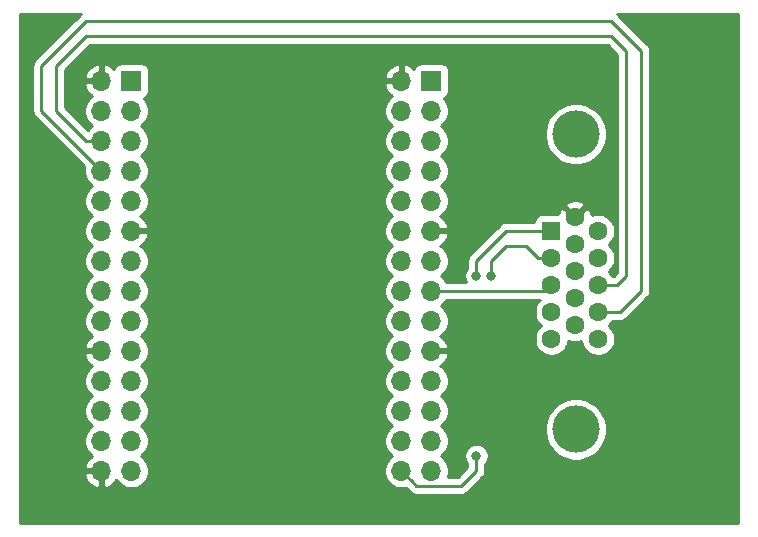
<source format=gbr>
G04 #@! TF.GenerationSoftware,KiCad,Pcbnew,(5.1.5)-3*
G04 #@! TF.CreationDate,2020-05-03T20:07:27+02:00*
G04 #@! TF.ProjectId,VGA_adapter,5647415f-6164-4617-9074-65722e6b6963,rev?*
G04 #@! TF.SameCoordinates,Original*
G04 #@! TF.FileFunction,Copper,L2,Bot*
G04 #@! TF.FilePolarity,Positive*
%FSLAX46Y46*%
G04 Gerber Fmt 4.6, Leading zero omitted, Abs format (unit mm)*
G04 Created by KiCad (PCBNEW (5.1.5)-3) date 2020-05-03 20:07:27*
%MOMM*%
%LPD*%
G04 APERTURE LIST*
%ADD10C,4.000000*%
%ADD11C,1.600000*%
%ADD12R,1.600000X1.600000*%
%ADD13O,1.700000X1.700000*%
%ADD14R,1.700000X1.700000*%
%ADD15C,0.800000*%
%ADD16C,0.250000*%
%ADD17C,0.254000*%
G04 APERTURE END LIST*
D10*
X153180000Y-54045000D03*
X153180000Y-79045000D03*
D11*
X155090000Y-71390000D03*
X155090000Y-69100000D03*
X155090000Y-66810000D03*
X155090000Y-64520000D03*
X155090000Y-62230000D03*
X153110000Y-70245000D03*
X153110000Y-67955000D03*
X153110000Y-65665000D03*
X153110000Y-63375000D03*
X153110000Y-61085000D03*
X151130000Y-71390000D03*
X151130000Y-69100000D03*
X151130000Y-66810000D03*
X151130000Y-64520000D03*
D12*
X151130000Y-62230000D03*
D13*
X138430000Y-69850000D03*
X140970000Y-72390000D03*
X140970000Y-77470000D03*
X138430000Y-77470000D03*
X138430000Y-72390000D03*
X138430000Y-80010000D03*
X138430000Y-59690000D03*
X140970000Y-59690000D03*
X138430000Y-74930000D03*
X138430000Y-67310000D03*
X138430000Y-62230000D03*
X140970000Y-64770000D03*
X140970000Y-67310000D03*
X140970000Y-80010000D03*
X140970000Y-69850000D03*
X138430000Y-57150000D03*
X138430000Y-64770000D03*
X140970000Y-82550000D03*
X138430000Y-82550000D03*
X140970000Y-62230000D03*
X140970000Y-74930000D03*
X138430000Y-54610000D03*
X140970000Y-57150000D03*
D14*
X140970000Y-49530000D03*
D13*
X138430000Y-49530000D03*
X140970000Y-52070000D03*
X138430000Y-52070000D03*
X140970000Y-54610000D03*
X113030000Y-82550000D03*
X115570000Y-82550000D03*
X113030000Y-80010000D03*
X115570000Y-80010000D03*
X113030000Y-77470000D03*
X115570000Y-77470000D03*
X113030000Y-74930000D03*
X115570000Y-74930000D03*
X113030000Y-72390000D03*
X115570000Y-72390000D03*
X113030000Y-69850000D03*
X115570000Y-69850000D03*
X113030000Y-67310000D03*
X115570000Y-67310000D03*
X113030000Y-64770000D03*
X115570000Y-64770000D03*
X113030000Y-62230000D03*
X115570000Y-62230000D03*
X113030000Y-59690000D03*
X115570000Y-59690000D03*
X113030000Y-57150000D03*
X115570000Y-57150000D03*
X113030000Y-54610000D03*
X115570000Y-54610000D03*
X113030000Y-52070000D03*
X115570000Y-52070000D03*
X113030000Y-49530000D03*
D14*
X115570000Y-49530000D03*
D15*
X146050000Y-66040000D03*
X144780000Y-66040000D03*
X144780000Y-81280000D03*
D16*
X107950000Y-48260000D02*
X111760000Y-44450000D01*
X111760000Y-44450000D02*
X156210000Y-44450000D01*
X113030000Y-57150000D02*
X107950000Y-52070000D01*
X107950000Y-52070000D02*
X107950000Y-48260000D01*
X156210000Y-44450000D02*
X158750000Y-46990000D01*
X155090000Y-69100000D02*
X156960000Y-69100000D01*
X156960000Y-69100000D02*
X158750000Y-67310000D01*
X158750000Y-67310000D02*
X158750000Y-46990000D01*
X157480000Y-46990000D02*
X157480000Y-66040000D01*
X156710000Y-66810000D02*
X155090000Y-66810000D01*
X156210000Y-45720000D02*
X157480000Y-46990000D01*
X111760000Y-54610000D02*
X109220000Y-52070000D01*
X113030000Y-54610000D02*
X111760000Y-54610000D01*
X111760000Y-45720000D02*
X156210000Y-45720000D01*
X157480000Y-66040000D02*
X156710000Y-66810000D01*
X109220000Y-52070000D02*
X109220000Y-48260000D01*
X109220000Y-48260000D02*
X111760000Y-45720000D01*
X150630000Y-67310000D02*
X151130000Y-66810000D01*
X140970000Y-67310000D02*
X150630000Y-67310000D01*
X149998630Y-64520000D02*
X148978630Y-63500000D01*
X151130000Y-64520000D02*
X149998630Y-64520000D01*
X148978630Y-63500000D02*
X147320000Y-63500000D01*
X147320000Y-63500000D02*
X146050000Y-64770000D01*
X146050000Y-64770000D02*
X146050000Y-66040000D01*
X146050000Y-66040000D02*
X146050000Y-66040000D01*
X151130000Y-62230000D02*
X147320000Y-62230000D01*
X147320000Y-62230000D02*
X144780000Y-64770000D01*
X144780000Y-64770000D02*
X144780000Y-66040000D01*
X144780000Y-66040000D02*
X144780000Y-66040000D01*
X144780000Y-81280000D02*
X144780000Y-82550000D01*
X144780000Y-82550000D02*
X143510000Y-83820000D01*
X139700000Y-83820000D02*
X139279999Y-83399999D01*
X139279999Y-83399999D02*
X138430000Y-82550000D01*
X143510000Y-83820000D02*
X139700000Y-83820000D01*
D17*
G36*
X111219999Y-43909999D02*
G01*
X111196201Y-43938997D01*
X107438998Y-47696201D01*
X107410000Y-47719999D01*
X107386202Y-47748997D01*
X107386201Y-47748998D01*
X107315026Y-47835724D01*
X107244454Y-47967754D01*
X107218236Y-48054188D01*
X107207222Y-48090498D01*
X107200998Y-48111015D01*
X107186324Y-48260000D01*
X107190001Y-48297332D01*
X107190000Y-52032677D01*
X107186324Y-52070000D01*
X107190000Y-52107322D01*
X107190000Y-52107332D01*
X107200997Y-52218985D01*
X107244454Y-52362246D01*
X107315026Y-52494276D01*
X107354871Y-52542826D01*
X107409999Y-52610001D01*
X107439003Y-52633804D01*
X111588790Y-56783592D01*
X111545000Y-57003740D01*
X111545000Y-57296260D01*
X111602068Y-57583158D01*
X111714010Y-57853411D01*
X111876525Y-58096632D01*
X112083368Y-58303475D01*
X112257760Y-58420000D01*
X112083368Y-58536525D01*
X111876525Y-58743368D01*
X111714010Y-58986589D01*
X111602068Y-59256842D01*
X111545000Y-59543740D01*
X111545000Y-59836260D01*
X111602068Y-60123158D01*
X111714010Y-60393411D01*
X111876525Y-60636632D01*
X112083368Y-60843475D01*
X112257760Y-60960000D01*
X112083368Y-61076525D01*
X111876525Y-61283368D01*
X111714010Y-61526589D01*
X111602068Y-61796842D01*
X111545000Y-62083740D01*
X111545000Y-62376260D01*
X111602068Y-62663158D01*
X111714010Y-62933411D01*
X111876525Y-63176632D01*
X112083368Y-63383475D01*
X112257760Y-63500000D01*
X112083368Y-63616525D01*
X111876525Y-63823368D01*
X111714010Y-64066589D01*
X111602068Y-64336842D01*
X111545000Y-64623740D01*
X111545000Y-64916260D01*
X111602068Y-65203158D01*
X111714010Y-65473411D01*
X111876525Y-65716632D01*
X112083368Y-65923475D01*
X112257760Y-66040000D01*
X112083368Y-66156525D01*
X111876525Y-66363368D01*
X111714010Y-66606589D01*
X111602068Y-66876842D01*
X111545000Y-67163740D01*
X111545000Y-67456260D01*
X111602068Y-67743158D01*
X111714010Y-68013411D01*
X111876525Y-68256632D01*
X112083368Y-68463475D01*
X112257760Y-68580000D01*
X112083368Y-68696525D01*
X111876525Y-68903368D01*
X111714010Y-69146589D01*
X111602068Y-69416842D01*
X111545000Y-69703740D01*
X111545000Y-69996260D01*
X111602068Y-70283158D01*
X111714010Y-70553411D01*
X111876525Y-70796632D01*
X112083368Y-71003475D01*
X112265534Y-71125195D01*
X112148645Y-71194822D01*
X111932412Y-71389731D01*
X111758359Y-71623080D01*
X111633175Y-71885901D01*
X111588524Y-72033110D01*
X111709845Y-72263000D01*
X112903000Y-72263000D01*
X112903000Y-72243000D01*
X113157000Y-72243000D01*
X113157000Y-72263000D01*
X113177000Y-72263000D01*
X113177000Y-72517000D01*
X113157000Y-72517000D01*
X113157000Y-72537000D01*
X112903000Y-72537000D01*
X112903000Y-72517000D01*
X111709845Y-72517000D01*
X111588524Y-72746890D01*
X111633175Y-72894099D01*
X111758359Y-73156920D01*
X111932412Y-73390269D01*
X112148645Y-73585178D01*
X112265534Y-73654805D01*
X112083368Y-73776525D01*
X111876525Y-73983368D01*
X111714010Y-74226589D01*
X111602068Y-74496842D01*
X111545000Y-74783740D01*
X111545000Y-75076260D01*
X111602068Y-75363158D01*
X111714010Y-75633411D01*
X111876525Y-75876632D01*
X112083368Y-76083475D01*
X112257760Y-76200000D01*
X112083368Y-76316525D01*
X111876525Y-76523368D01*
X111714010Y-76766589D01*
X111602068Y-77036842D01*
X111545000Y-77323740D01*
X111545000Y-77616260D01*
X111602068Y-77903158D01*
X111714010Y-78173411D01*
X111876525Y-78416632D01*
X112083368Y-78623475D01*
X112257760Y-78740000D01*
X112083368Y-78856525D01*
X111876525Y-79063368D01*
X111714010Y-79306589D01*
X111602068Y-79576842D01*
X111545000Y-79863740D01*
X111545000Y-80156260D01*
X111602068Y-80443158D01*
X111714010Y-80713411D01*
X111876525Y-80956632D01*
X112083368Y-81163475D01*
X112265534Y-81285195D01*
X112148645Y-81354822D01*
X111932412Y-81549731D01*
X111758359Y-81783080D01*
X111633175Y-82045901D01*
X111588524Y-82193110D01*
X111709845Y-82423000D01*
X112903000Y-82423000D01*
X112903000Y-82403000D01*
X113157000Y-82403000D01*
X113157000Y-82423000D01*
X113177000Y-82423000D01*
X113177000Y-82677000D01*
X113157000Y-82677000D01*
X113157000Y-83870814D01*
X113386891Y-83991481D01*
X113661252Y-83894157D01*
X113911355Y-83745178D01*
X114127588Y-83550269D01*
X114298900Y-83320594D01*
X114416525Y-83496632D01*
X114623368Y-83703475D01*
X114866589Y-83865990D01*
X115136842Y-83977932D01*
X115423740Y-84035000D01*
X115716260Y-84035000D01*
X116003158Y-83977932D01*
X116273411Y-83865990D01*
X116516632Y-83703475D01*
X116723475Y-83496632D01*
X116885990Y-83253411D01*
X116997932Y-82983158D01*
X117055000Y-82696260D01*
X117055000Y-82403740D01*
X116997932Y-82116842D01*
X116885990Y-81846589D01*
X116723475Y-81603368D01*
X116516632Y-81396525D01*
X116342240Y-81280000D01*
X116516632Y-81163475D01*
X116723475Y-80956632D01*
X116885990Y-80713411D01*
X116997932Y-80443158D01*
X117055000Y-80156260D01*
X117055000Y-79863740D01*
X116997932Y-79576842D01*
X116885990Y-79306589D01*
X116723475Y-79063368D01*
X116516632Y-78856525D01*
X116342240Y-78740000D01*
X116516632Y-78623475D01*
X116723475Y-78416632D01*
X116885990Y-78173411D01*
X116997932Y-77903158D01*
X117055000Y-77616260D01*
X117055000Y-77323740D01*
X116997932Y-77036842D01*
X116885990Y-76766589D01*
X116723475Y-76523368D01*
X116516632Y-76316525D01*
X116342240Y-76200000D01*
X116516632Y-76083475D01*
X116723475Y-75876632D01*
X116885990Y-75633411D01*
X116997932Y-75363158D01*
X117055000Y-75076260D01*
X117055000Y-74783740D01*
X116997932Y-74496842D01*
X116885990Y-74226589D01*
X116723475Y-73983368D01*
X116516632Y-73776525D01*
X116342240Y-73660000D01*
X116516632Y-73543475D01*
X116723475Y-73336632D01*
X116885990Y-73093411D01*
X116997932Y-72823158D01*
X117055000Y-72536260D01*
X117055000Y-72243740D01*
X116997932Y-71956842D01*
X116885990Y-71686589D01*
X116723475Y-71443368D01*
X116516632Y-71236525D01*
X116342240Y-71120000D01*
X116516632Y-71003475D01*
X116723475Y-70796632D01*
X116885990Y-70553411D01*
X116997932Y-70283158D01*
X117055000Y-69996260D01*
X117055000Y-69703740D01*
X116997932Y-69416842D01*
X116885990Y-69146589D01*
X116723475Y-68903368D01*
X116516632Y-68696525D01*
X116342240Y-68580000D01*
X116516632Y-68463475D01*
X116723475Y-68256632D01*
X116885990Y-68013411D01*
X116997932Y-67743158D01*
X117055000Y-67456260D01*
X117055000Y-67163740D01*
X116997932Y-66876842D01*
X116885990Y-66606589D01*
X116723475Y-66363368D01*
X116516632Y-66156525D01*
X116342240Y-66040000D01*
X116516632Y-65923475D01*
X116723475Y-65716632D01*
X116885990Y-65473411D01*
X116997932Y-65203158D01*
X117055000Y-64916260D01*
X117055000Y-64623740D01*
X116997932Y-64336842D01*
X116885990Y-64066589D01*
X116723475Y-63823368D01*
X116516632Y-63616525D01*
X116334466Y-63494805D01*
X116451355Y-63425178D01*
X116667588Y-63230269D01*
X116841641Y-62996920D01*
X116966825Y-62734099D01*
X117011476Y-62586890D01*
X116890155Y-62357000D01*
X115697000Y-62357000D01*
X115697000Y-62377000D01*
X115443000Y-62377000D01*
X115443000Y-62357000D01*
X115423000Y-62357000D01*
X115423000Y-62103000D01*
X115443000Y-62103000D01*
X115443000Y-62083000D01*
X115697000Y-62083000D01*
X115697000Y-62103000D01*
X116890155Y-62103000D01*
X117011476Y-61873110D01*
X116966825Y-61725901D01*
X116841641Y-61463080D01*
X116667588Y-61229731D01*
X116451355Y-61034822D01*
X116334466Y-60965195D01*
X116516632Y-60843475D01*
X116723475Y-60636632D01*
X116885990Y-60393411D01*
X116997932Y-60123158D01*
X117055000Y-59836260D01*
X117055000Y-59543740D01*
X116997932Y-59256842D01*
X116885990Y-58986589D01*
X116723475Y-58743368D01*
X116516632Y-58536525D01*
X116342240Y-58420000D01*
X116516632Y-58303475D01*
X116723475Y-58096632D01*
X116885990Y-57853411D01*
X116997932Y-57583158D01*
X117055000Y-57296260D01*
X117055000Y-57003740D01*
X116997932Y-56716842D01*
X116885990Y-56446589D01*
X116723475Y-56203368D01*
X116516632Y-55996525D01*
X116342240Y-55880000D01*
X116516632Y-55763475D01*
X116723475Y-55556632D01*
X116885990Y-55313411D01*
X116997932Y-55043158D01*
X117055000Y-54756260D01*
X117055000Y-54463740D01*
X116997932Y-54176842D01*
X116885990Y-53906589D01*
X116723475Y-53663368D01*
X116516632Y-53456525D01*
X116342240Y-53340000D01*
X116516632Y-53223475D01*
X116723475Y-53016632D01*
X116885990Y-52773411D01*
X116997932Y-52503158D01*
X117055000Y-52216260D01*
X117055000Y-51923740D01*
X116997932Y-51636842D01*
X116885990Y-51366589D01*
X116723475Y-51123368D01*
X116591620Y-50991513D01*
X116664180Y-50969502D01*
X116774494Y-50910537D01*
X116871185Y-50831185D01*
X116950537Y-50734494D01*
X117009502Y-50624180D01*
X117045812Y-50504482D01*
X117058072Y-50380000D01*
X117058072Y-49173110D01*
X136988524Y-49173110D01*
X137109845Y-49403000D01*
X138303000Y-49403000D01*
X138303000Y-48209186D01*
X138073109Y-48088519D01*
X137798748Y-48185843D01*
X137548645Y-48334822D01*
X137332412Y-48529731D01*
X137158359Y-48763080D01*
X137033175Y-49025901D01*
X136988524Y-49173110D01*
X117058072Y-49173110D01*
X117058072Y-48680000D01*
X117045812Y-48555518D01*
X117009502Y-48435820D01*
X116950537Y-48325506D01*
X116871185Y-48228815D01*
X116774494Y-48149463D01*
X116664180Y-48090498D01*
X116544482Y-48054188D01*
X116420000Y-48041928D01*
X114720000Y-48041928D01*
X114595518Y-48054188D01*
X114475820Y-48090498D01*
X114365506Y-48149463D01*
X114268815Y-48228815D01*
X114189463Y-48325506D01*
X114130498Y-48435820D01*
X114107502Y-48511626D01*
X113911355Y-48334822D01*
X113661252Y-48185843D01*
X113386891Y-48088519D01*
X113157000Y-48209186D01*
X113157000Y-49403000D01*
X113177000Y-49403000D01*
X113177000Y-49657000D01*
X113157000Y-49657000D01*
X113157000Y-49677000D01*
X112903000Y-49677000D01*
X112903000Y-49657000D01*
X111709845Y-49657000D01*
X111588524Y-49886890D01*
X111633175Y-50034099D01*
X111758359Y-50296920D01*
X111932412Y-50530269D01*
X112148645Y-50725178D01*
X112265534Y-50794805D01*
X112083368Y-50916525D01*
X111876525Y-51123368D01*
X111714010Y-51366589D01*
X111602068Y-51636842D01*
X111545000Y-51923740D01*
X111545000Y-52216260D01*
X111602068Y-52503158D01*
X111714010Y-52773411D01*
X111876525Y-53016632D01*
X112083368Y-53223475D01*
X112257760Y-53340000D01*
X112083368Y-53456525D01*
X111882348Y-53657545D01*
X109980000Y-51755199D01*
X109980000Y-49173110D01*
X111588524Y-49173110D01*
X111709845Y-49403000D01*
X112903000Y-49403000D01*
X112903000Y-48209186D01*
X112673109Y-48088519D01*
X112398748Y-48185843D01*
X112148645Y-48334822D01*
X111932412Y-48529731D01*
X111758359Y-48763080D01*
X111633175Y-49025901D01*
X111588524Y-49173110D01*
X109980000Y-49173110D01*
X109980000Y-48574801D01*
X112074803Y-46480000D01*
X155895199Y-46480000D01*
X156720000Y-47304802D01*
X156720001Y-65725197D01*
X156395198Y-66050000D01*
X156308043Y-66050000D01*
X156204637Y-65895241D01*
X156004759Y-65695363D01*
X155959317Y-65665000D01*
X156004759Y-65634637D01*
X156204637Y-65434759D01*
X156361680Y-65199727D01*
X156469853Y-64938574D01*
X156525000Y-64661335D01*
X156525000Y-64378665D01*
X156469853Y-64101426D01*
X156361680Y-63840273D01*
X156204637Y-63605241D01*
X156004759Y-63405363D01*
X155959317Y-63375000D01*
X156004759Y-63344637D01*
X156204637Y-63144759D01*
X156361680Y-62909727D01*
X156469853Y-62648574D01*
X156525000Y-62371335D01*
X156525000Y-62088665D01*
X156469853Y-61811426D01*
X156361680Y-61550273D01*
X156204637Y-61315241D01*
X156004759Y-61115363D01*
X155769727Y-60958320D01*
X155508574Y-60850147D01*
X155231335Y-60795000D01*
X154948665Y-60795000D01*
X154671426Y-60850147D01*
X154534284Y-60906953D01*
X154508787Y-60734870D01*
X154413603Y-60468708D01*
X154346671Y-60343486D01*
X154102702Y-60271903D01*
X153289605Y-61085000D01*
X153303748Y-61099143D01*
X153124143Y-61278748D01*
X153110000Y-61264605D01*
X153095858Y-61278748D01*
X152916253Y-61099143D01*
X152930395Y-61085000D01*
X152117298Y-60271903D01*
X151873329Y-60343486D01*
X151752429Y-60598996D01*
X151704068Y-60791928D01*
X150330000Y-60791928D01*
X150205518Y-60804188D01*
X150085820Y-60840498D01*
X149975506Y-60899463D01*
X149878815Y-60978815D01*
X149799463Y-61075506D01*
X149740498Y-61185820D01*
X149704188Y-61305518D01*
X149691928Y-61430000D01*
X149691928Y-61470000D01*
X147357322Y-61470000D01*
X147319999Y-61466324D01*
X147282676Y-61470000D01*
X147282667Y-61470000D01*
X147171014Y-61480997D01*
X147027753Y-61524454D01*
X146895724Y-61595026D01*
X146895722Y-61595027D01*
X146895723Y-61595027D01*
X146808996Y-61666201D01*
X146808992Y-61666205D01*
X146779999Y-61689999D01*
X146756205Y-61718992D01*
X144269003Y-64206196D01*
X144239999Y-64229999D01*
X144184871Y-64297174D01*
X144145026Y-64345724D01*
X144074455Y-64477753D01*
X144074454Y-64477754D01*
X144030997Y-64621015D01*
X144020000Y-64732668D01*
X144020000Y-64732678D01*
X144016324Y-64770000D01*
X144020000Y-64807323D01*
X144020000Y-65336289D01*
X143976063Y-65380226D01*
X143862795Y-65549744D01*
X143784774Y-65738102D01*
X143745000Y-65938061D01*
X143745000Y-66141939D01*
X143784774Y-66341898D01*
X143862795Y-66530256D01*
X143875987Y-66550000D01*
X142248178Y-66550000D01*
X142123475Y-66363368D01*
X141916632Y-66156525D01*
X141742240Y-66040000D01*
X141916632Y-65923475D01*
X142123475Y-65716632D01*
X142285990Y-65473411D01*
X142397932Y-65203158D01*
X142455000Y-64916260D01*
X142455000Y-64623740D01*
X142397932Y-64336842D01*
X142285990Y-64066589D01*
X142123475Y-63823368D01*
X141916632Y-63616525D01*
X141734466Y-63494805D01*
X141851355Y-63425178D01*
X142067588Y-63230269D01*
X142241641Y-62996920D01*
X142366825Y-62734099D01*
X142411476Y-62586890D01*
X142290155Y-62357000D01*
X141097000Y-62357000D01*
X141097000Y-62377000D01*
X140843000Y-62377000D01*
X140843000Y-62357000D01*
X140823000Y-62357000D01*
X140823000Y-62103000D01*
X140843000Y-62103000D01*
X140843000Y-62083000D01*
X141097000Y-62083000D01*
X141097000Y-62103000D01*
X142290155Y-62103000D01*
X142411476Y-61873110D01*
X142366825Y-61725901D01*
X142241641Y-61463080D01*
X142067588Y-61229731D01*
X141851355Y-61034822D01*
X141734466Y-60965195D01*
X141916632Y-60843475D01*
X142123475Y-60636632D01*
X142285990Y-60393411D01*
X142397932Y-60123158D01*
X142404070Y-60092298D01*
X152296903Y-60092298D01*
X153110000Y-60905395D01*
X153923097Y-60092298D01*
X153851514Y-59848329D01*
X153596004Y-59727429D01*
X153321816Y-59658700D01*
X153039488Y-59644783D01*
X152759870Y-59686213D01*
X152493708Y-59781397D01*
X152368486Y-59848329D01*
X152296903Y-60092298D01*
X142404070Y-60092298D01*
X142455000Y-59836260D01*
X142455000Y-59543740D01*
X142397932Y-59256842D01*
X142285990Y-58986589D01*
X142123475Y-58743368D01*
X141916632Y-58536525D01*
X141742240Y-58420000D01*
X141916632Y-58303475D01*
X142123475Y-58096632D01*
X142285990Y-57853411D01*
X142397932Y-57583158D01*
X142455000Y-57296260D01*
X142455000Y-57003740D01*
X142397932Y-56716842D01*
X142285990Y-56446589D01*
X142123475Y-56203368D01*
X141916632Y-55996525D01*
X141742240Y-55880000D01*
X141916632Y-55763475D01*
X142123475Y-55556632D01*
X142285990Y-55313411D01*
X142397932Y-55043158D01*
X142455000Y-54756260D01*
X142455000Y-54463740D01*
X142397932Y-54176842D01*
X142285990Y-53906589D01*
X142205065Y-53785475D01*
X150545000Y-53785475D01*
X150545000Y-54304525D01*
X150646261Y-54813601D01*
X150844893Y-55293141D01*
X151133262Y-55724715D01*
X151500285Y-56091738D01*
X151931859Y-56380107D01*
X152411399Y-56578739D01*
X152920475Y-56680000D01*
X153439525Y-56680000D01*
X153948601Y-56578739D01*
X154428141Y-56380107D01*
X154859715Y-56091738D01*
X155226738Y-55724715D01*
X155515107Y-55293141D01*
X155713739Y-54813601D01*
X155815000Y-54304525D01*
X155815000Y-53785475D01*
X155713739Y-53276399D01*
X155515107Y-52796859D01*
X155226738Y-52365285D01*
X154859715Y-51998262D01*
X154428141Y-51709893D01*
X153948601Y-51511261D01*
X153439525Y-51410000D01*
X152920475Y-51410000D01*
X152411399Y-51511261D01*
X151931859Y-51709893D01*
X151500285Y-51998262D01*
X151133262Y-52365285D01*
X150844893Y-52796859D01*
X150646261Y-53276399D01*
X150545000Y-53785475D01*
X142205065Y-53785475D01*
X142123475Y-53663368D01*
X141916632Y-53456525D01*
X141742240Y-53340000D01*
X141916632Y-53223475D01*
X142123475Y-53016632D01*
X142285990Y-52773411D01*
X142397932Y-52503158D01*
X142455000Y-52216260D01*
X142455000Y-51923740D01*
X142397932Y-51636842D01*
X142285990Y-51366589D01*
X142123475Y-51123368D01*
X141991620Y-50991513D01*
X142064180Y-50969502D01*
X142174494Y-50910537D01*
X142271185Y-50831185D01*
X142350537Y-50734494D01*
X142409502Y-50624180D01*
X142445812Y-50504482D01*
X142458072Y-50380000D01*
X142458072Y-48680000D01*
X142445812Y-48555518D01*
X142409502Y-48435820D01*
X142350537Y-48325506D01*
X142271185Y-48228815D01*
X142174494Y-48149463D01*
X142064180Y-48090498D01*
X141944482Y-48054188D01*
X141820000Y-48041928D01*
X140120000Y-48041928D01*
X139995518Y-48054188D01*
X139875820Y-48090498D01*
X139765506Y-48149463D01*
X139668815Y-48228815D01*
X139589463Y-48325506D01*
X139530498Y-48435820D01*
X139507502Y-48511626D01*
X139311355Y-48334822D01*
X139061252Y-48185843D01*
X138786891Y-48088519D01*
X138557000Y-48209186D01*
X138557000Y-49403000D01*
X138577000Y-49403000D01*
X138577000Y-49657000D01*
X138557000Y-49657000D01*
X138557000Y-49677000D01*
X138303000Y-49677000D01*
X138303000Y-49657000D01*
X137109845Y-49657000D01*
X136988524Y-49886890D01*
X137033175Y-50034099D01*
X137158359Y-50296920D01*
X137332412Y-50530269D01*
X137548645Y-50725178D01*
X137665534Y-50794805D01*
X137483368Y-50916525D01*
X137276525Y-51123368D01*
X137114010Y-51366589D01*
X137002068Y-51636842D01*
X136945000Y-51923740D01*
X136945000Y-52216260D01*
X137002068Y-52503158D01*
X137114010Y-52773411D01*
X137276525Y-53016632D01*
X137483368Y-53223475D01*
X137657760Y-53340000D01*
X137483368Y-53456525D01*
X137276525Y-53663368D01*
X137114010Y-53906589D01*
X137002068Y-54176842D01*
X136945000Y-54463740D01*
X136945000Y-54756260D01*
X137002068Y-55043158D01*
X137114010Y-55313411D01*
X137276525Y-55556632D01*
X137483368Y-55763475D01*
X137657760Y-55880000D01*
X137483368Y-55996525D01*
X137276525Y-56203368D01*
X137114010Y-56446589D01*
X137002068Y-56716842D01*
X136945000Y-57003740D01*
X136945000Y-57296260D01*
X137002068Y-57583158D01*
X137114010Y-57853411D01*
X137276525Y-58096632D01*
X137483368Y-58303475D01*
X137657760Y-58420000D01*
X137483368Y-58536525D01*
X137276525Y-58743368D01*
X137114010Y-58986589D01*
X137002068Y-59256842D01*
X136945000Y-59543740D01*
X136945000Y-59836260D01*
X137002068Y-60123158D01*
X137114010Y-60393411D01*
X137276525Y-60636632D01*
X137483368Y-60843475D01*
X137657760Y-60960000D01*
X137483368Y-61076525D01*
X137276525Y-61283368D01*
X137114010Y-61526589D01*
X137002068Y-61796842D01*
X136945000Y-62083740D01*
X136945000Y-62376260D01*
X137002068Y-62663158D01*
X137114010Y-62933411D01*
X137276525Y-63176632D01*
X137483368Y-63383475D01*
X137657760Y-63500000D01*
X137483368Y-63616525D01*
X137276525Y-63823368D01*
X137114010Y-64066589D01*
X137002068Y-64336842D01*
X136945000Y-64623740D01*
X136945000Y-64916260D01*
X137002068Y-65203158D01*
X137114010Y-65473411D01*
X137276525Y-65716632D01*
X137483368Y-65923475D01*
X137657760Y-66040000D01*
X137483368Y-66156525D01*
X137276525Y-66363368D01*
X137114010Y-66606589D01*
X137002068Y-66876842D01*
X136945000Y-67163740D01*
X136945000Y-67456260D01*
X137002068Y-67743158D01*
X137114010Y-68013411D01*
X137276525Y-68256632D01*
X137483368Y-68463475D01*
X137657760Y-68580000D01*
X137483368Y-68696525D01*
X137276525Y-68903368D01*
X137114010Y-69146589D01*
X137002068Y-69416842D01*
X136945000Y-69703740D01*
X136945000Y-69996260D01*
X137002068Y-70283158D01*
X137114010Y-70553411D01*
X137276525Y-70796632D01*
X137483368Y-71003475D01*
X137657760Y-71120000D01*
X137483368Y-71236525D01*
X137276525Y-71443368D01*
X137114010Y-71686589D01*
X137002068Y-71956842D01*
X136945000Y-72243740D01*
X136945000Y-72536260D01*
X137002068Y-72823158D01*
X137114010Y-73093411D01*
X137276525Y-73336632D01*
X137483368Y-73543475D01*
X137657760Y-73660000D01*
X137483368Y-73776525D01*
X137276525Y-73983368D01*
X137114010Y-74226589D01*
X137002068Y-74496842D01*
X136945000Y-74783740D01*
X136945000Y-75076260D01*
X137002068Y-75363158D01*
X137114010Y-75633411D01*
X137276525Y-75876632D01*
X137483368Y-76083475D01*
X137657760Y-76200000D01*
X137483368Y-76316525D01*
X137276525Y-76523368D01*
X137114010Y-76766589D01*
X137002068Y-77036842D01*
X136945000Y-77323740D01*
X136945000Y-77616260D01*
X137002068Y-77903158D01*
X137114010Y-78173411D01*
X137276525Y-78416632D01*
X137483368Y-78623475D01*
X137657760Y-78740000D01*
X137483368Y-78856525D01*
X137276525Y-79063368D01*
X137114010Y-79306589D01*
X137002068Y-79576842D01*
X136945000Y-79863740D01*
X136945000Y-80156260D01*
X137002068Y-80443158D01*
X137114010Y-80713411D01*
X137276525Y-80956632D01*
X137483368Y-81163475D01*
X137657760Y-81280000D01*
X137483368Y-81396525D01*
X137276525Y-81603368D01*
X137114010Y-81846589D01*
X137002068Y-82116842D01*
X136945000Y-82403740D01*
X136945000Y-82696260D01*
X137002068Y-82983158D01*
X137114010Y-83253411D01*
X137276525Y-83496632D01*
X137483368Y-83703475D01*
X137726589Y-83865990D01*
X137996842Y-83977932D01*
X138283740Y-84035000D01*
X138576260Y-84035000D01*
X138796408Y-83991209D01*
X139136196Y-84330997D01*
X139159999Y-84360001D01*
X139275724Y-84454974D01*
X139407753Y-84525546D01*
X139551014Y-84569003D01*
X139662667Y-84580000D01*
X139662676Y-84580000D01*
X139699999Y-84583676D01*
X139737322Y-84580000D01*
X143472678Y-84580000D01*
X143510000Y-84583676D01*
X143547322Y-84580000D01*
X143547333Y-84580000D01*
X143658986Y-84569003D01*
X143802247Y-84525546D01*
X143934276Y-84454974D01*
X144050001Y-84360001D01*
X144073804Y-84330997D01*
X145291003Y-83113799D01*
X145320001Y-83090001D01*
X145414974Y-82974276D01*
X145485546Y-82842247D01*
X145529003Y-82698986D01*
X145540000Y-82587333D01*
X145540000Y-82587324D01*
X145543676Y-82550001D01*
X145540000Y-82512678D01*
X145540000Y-81983711D01*
X145583937Y-81939774D01*
X145697205Y-81770256D01*
X145775226Y-81581898D01*
X145815000Y-81381939D01*
X145815000Y-81178061D01*
X145775226Y-80978102D01*
X145697205Y-80789744D01*
X145583937Y-80620226D01*
X145439774Y-80476063D01*
X145270256Y-80362795D01*
X145081898Y-80284774D01*
X144881939Y-80245000D01*
X144678061Y-80245000D01*
X144478102Y-80284774D01*
X144289744Y-80362795D01*
X144120226Y-80476063D01*
X143976063Y-80620226D01*
X143862795Y-80789744D01*
X143784774Y-80978102D01*
X143745000Y-81178061D01*
X143745000Y-81381939D01*
X143784774Y-81581898D01*
X143862795Y-81770256D01*
X143976063Y-81939774D01*
X144020001Y-81983712D01*
X144020001Y-82235197D01*
X143195199Y-83060000D01*
X142366103Y-83060000D01*
X142397932Y-82983158D01*
X142455000Y-82696260D01*
X142455000Y-82403740D01*
X142397932Y-82116842D01*
X142285990Y-81846589D01*
X142123475Y-81603368D01*
X141916632Y-81396525D01*
X141742240Y-81280000D01*
X141916632Y-81163475D01*
X142123475Y-80956632D01*
X142285990Y-80713411D01*
X142397932Y-80443158D01*
X142455000Y-80156260D01*
X142455000Y-79863740D01*
X142397932Y-79576842D01*
X142285990Y-79306589D01*
X142123475Y-79063368D01*
X141916632Y-78856525D01*
X141810299Y-78785475D01*
X150545000Y-78785475D01*
X150545000Y-79304525D01*
X150646261Y-79813601D01*
X150844893Y-80293141D01*
X151133262Y-80724715D01*
X151500285Y-81091738D01*
X151931859Y-81380107D01*
X152411399Y-81578739D01*
X152920475Y-81680000D01*
X153439525Y-81680000D01*
X153948601Y-81578739D01*
X154428141Y-81380107D01*
X154859715Y-81091738D01*
X155226738Y-80724715D01*
X155515107Y-80293141D01*
X155713739Y-79813601D01*
X155815000Y-79304525D01*
X155815000Y-78785475D01*
X155713739Y-78276399D01*
X155515107Y-77796859D01*
X155226738Y-77365285D01*
X154859715Y-76998262D01*
X154428141Y-76709893D01*
X153948601Y-76511261D01*
X153439525Y-76410000D01*
X152920475Y-76410000D01*
X152411399Y-76511261D01*
X151931859Y-76709893D01*
X151500285Y-76998262D01*
X151133262Y-77365285D01*
X150844893Y-77796859D01*
X150646261Y-78276399D01*
X150545000Y-78785475D01*
X141810299Y-78785475D01*
X141742240Y-78740000D01*
X141916632Y-78623475D01*
X142123475Y-78416632D01*
X142285990Y-78173411D01*
X142397932Y-77903158D01*
X142455000Y-77616260D01*
X142455000Y-77323740D01*
X142397932Y-77036842D01*
X142285990Y-76766589D01*
X142123475Y-76523368D01*
X141916632Y-76316525D01*
X141742240Y-76200000D01*
X141916632Y-76083475D01*
X142123475Y-75876632D01*
X142285990Y-75633411D01*
X142397932Y-75363158D01*
X142455000Y-75076260D01*
X142455000Y-74783740D01*
X142397932Y-74496842D01*
X142285990Y-74226589D01*
X142123475Y-73983368D01*
X141916632Y-73776525D01*
X141734466Y-73654805D01*
X141851355Y-73585178D01*
X142067588Y-73390269D01*
X142241641Y-73156920D01*
X142366825Y-72894099D01*
X142411476Y-72746890D01*
X142290155Y-72517000D01*
X141097000Y-72517000D01*
X141097000Y-72537000D01*
X140843000Y-72537000D01*
X140843000Y-72517000D01*
X140823000Y-72517000D01*
X140823000Y-72263000D01*
X140843000Y-72263000D01*
X140843000Y-72243000D01*
X141097000Y-72243000D01*
X141097000Y-72263000D01*
X142290155Y-72263000D01*
X142411476Y-72033110D01*
X142366825Y-71885901D01*
X142241641Y-71623080D01*
X142067588Y-71389731D01*
X141851355Y-71194822D01*
X141734466Y-71125195D01*
X141916632Y-71003475D01*
X142123475Y-70796632D01*
X142285990Y-70553411D01*
X142397932Y-70283158D01*
X142455000Y-69996260D01*
X142455000Y-69703740D01*
X142397932Y-69416842D01*
X142285990Y-69146589D01*
X142123475Y-68903368D01*
X141916632Y-68696525D01*
X141742240Y-68580000D01*
X141916632Y-68463475D01*
X142123475Y-68256632D01*
X142248178Y-68070000D01*
X150130604Y-68070000D01*
X150015363Y-68185241D01*
X149858320Y-68420273D01*
X149750147Y-68681426D01*
X149695000Y-68958665D01*
X149695000Y-69241335D01*
X149750147Y-69518574D01*
X149858320Y-69779727D01*
X150015363Y-70014759D01*
X150215241Y-70214637D01*
X150260683Y-70245000D01*
X150215241Y-70275363D01*
X150015363Y-70475241D01*
X149858320Y-70710273D01*
X149750147Y-70971426D01*
X149695000Y-71248665D01*
X149695000Y-71531335D01*
X149750147Y-71808574D01*
X149858320Y-72069727D01*
X150015363Y-72304759D01*
X150215241Y-72504637D01*
X150450273Y-72661680D01*
X150711426Y-72769853D01*
X150988665Y-72825000D01*
X151271335Y-72825000D01*
X151548574Y-72769853D01*
X151809727Y-72661680D01*
X152044759Y-72504637D01*
X152244637Y-72304759D01*
X152401680Y-72069727D01*
X152509853Y-71808574D01*
X152557124Y-71570929D01*
X152623996Y-71602571D01*
X152898184Y-71671300D01*
X153180512Y-71685217D01*
X153460130Y-71643787D01*
X153662941Y-71571258D01*
X153710147Y-71808574D01*
X153818320Y-72069727D01*
X153975363Y-72304759D01*
X154175241Y-72504637D01*
X154410273Y-72661680D01*
X154671426Y-72769853D01*
X154948665Y-72825000D01*
X155231335Y-72825000D01*
X155508574Y-72769853D01*
X155769727Y-72661680D01*
X156004759Y-72504637D01*
X156204637Y-72304759D01*
X156361680Y-72069727D01*
X156469853Y-71808574D01*
X156525000Y-71531335D01*
X156525000Y-71248665D01*
X156469853Y-70971426D01*
X156361680Y-70710273D01*
X156204637Y-70475241D01*
X156004759Y-70275363D01*
X155959317Y-70245000D01*
X156004759Y-70214637D01*
X156204637Y-70014759D01*
X156308043Y-69860000D01*
X156922678Y-69860000D01*
X156960000Y-69863676D01*
X156997322Y-69860000D01*
X156997333Y-69860000D01*
X157108986Y-69849003D01*
X157252247Y-69805546D01*
X157384276Y-69734974D01*
X157500001Y-69640001D01*
X157523804Y-69610997D01*
X159261004Y-67873798D01*
X159290001Y-67850001D01*
X159384974Y-67734276D01*
X159455546Y-67602247D01*
X159499003Y-67458986D01*
X159510000Y-67347333D01*
X159510000Y-67347324D01*
X159513676Y-67310001D01*
X159510000Y-67272678D01*
X159510000Y-47027322D01*
X159513676Y-46989999D01*
X159510000Y-46952676D01*
X159510000Y-46952667D01*
X159499003Y-46841014D01*
X159455546Y-46697753D01*
X159384974Y-46565724D01*
X159371811Y-46549685D01*
X159313799Y-46478996D01*
X159313795Y-46478992D01*
X159290001Y-46449999D01*
X159261008Y-46426205D01*
X156773804Y-43939003D01*
X156750001Y-43909999D01*
X156695170Y-43865000D01*
X166955000Y-43865000D01*
X166955001Y-86945000D01*
X106095000Y-86945000D01*
X106095000Y-82906890D01*
X111588524Y-82906890D01*
X111633175Y-83054099D01*
X111758359Y-83316920D01*
X111932412Y-83550269D01*
X112148645Y-83745178D01*
X112398748Y-83894157D01*
X112673109Y-83991481D01*
X112903000Y-83870814D01*
X112903000Y-82677000D01*
X111709845Y-82677000D01*
X111588524Y-82906890D01*
X106095000Y-82906890D01*
X106095000Y-43865000D01*
X111274830Y-43865000D01*
X111219999Y-43909999D01*
G37*
X111219999Y-43909999D02*
X111196201Y-43938997D01*
X107438998Y-47696201D01*
X107410000Y-47719999D01*
X107386202Y-47748997D01*
X107386201Y-47748998D01*
X107315026Y-47835724D01*
X107244454Y-47967754D01*
X107218236Y-48054188D01*
X107207222Y-48090498D01*
X107200998Y-48111015D01*
X107186324Y-48260000D01*
X107190001Y-48297332D01*
X107190000Y-52032677D01*
X107186324Y-52070000D01*
X107190000Y-52107322D01*
X107190000Y-52107332D01*
X107200997Y-52218985D01*
X107244454Y-52362246D01*
X107315026Y-52494276D01*
X107354871Y-52542826D01*
X107409999Y-52610001D01*
X107439003Y-52633804D01*
X111588790Y-56783592D01*
X111545000Y-57003740D01*
X111545000Y-57296260D01*
X111602068Y-57583158D01*
X111714010Y-57853411D01*
X111876525Y-58096632D01*
X112083368Y-58303475D01*
X112257760Y-58420000D01*
X112083368Y-58536525D01*
X111876525Y-58743368D01*
X111714010Y-58986589D01*
X111602068Y-59256842D01*
X111545000Y-59543740D01*
X111545000Y-59836260D01*
X111602068Y-60123158D01*
X111714010Y-60393411D01*
X111876525Y-60636632D01*
X112083368Y-60843475D01*
X112257760Y-60960000D01*
X112083368Y-61076525D01*
X111876525Y-61283368D01*
X111714010Y-61526589D01*
X111602068Y-61796842D01*
X111545000Y-62083740D01*
X111545000Y-62376260D01*
X111602068Y-62663158D01*
X111714010Y-62933411D01*
X111876525Y-63176632D01*
X112083368Y-63383475D01*
X112257760Y-63500000D01*
X112083368Y-63616525D01*
X111876525Y-63823368D01*
X111714010Y-64066589D01*
X111602068Y-64336842D01*
X111545000Y-64623740D01*
X111545000Y-64916260D01*
X111602068Y-65203158D01*
X111714010Y-65473411D01*
X111876525Y-65716632D01*
X112083368Y-65923475D01*
X112257760Y-66040000D01*
X112083368Y-66156525D01*
X111876525Y-66363368D01*
X111714010Y-66606589D01*
X111602068Y-66876842D01*
X111545000Y-67163740D01*
X111545000Y-67456260D01*
X111602068Y-67743158D01*
X111714010Y-68013411D01*
X111876525Y-68256632D01*
X112083368Y-68463475D01*
X112257760Y-68580000D01*
X112083368Y-68696525D01*
X111876525Y-68903368D01*
X111714010Y-69146589D01*
X111602068Y-69416842D01*
X111545000Y-69703740D01*
X111545000Y-69996260D01*
X111602068Y-70283158D01*
X111714010Y-70553411D01*
X111876525Y-70796632D01*
X112083368Y-71003475D01*
X112265534Y-71125195D01*
X112148645Y-71194822D01*
X111932412Y-71389731D01*
X111758359Y-71623080D01*
X111633175Y-71885901D01*
X111588524Y-72033110D01*
X111709845Y-72263000D01*
X112903000Y-72263000D01*
X112903000Y-72243000D01*
X113157000Y-72243000D01*
X113157000Y-72263000D01*
X113177000Y-72263000D01*
X113177000Y-72517000D01*
X113157000Y-72517000D01*
X113157000Y-72537000D01*
X112903000Y-72537000D01*
X112903000Y-72517000D01*
X111709845Y-72517000D01*
X111588524Y-72746890D01*
X111633175Y-72894099D01*
X111758359Y-73156920D01*
X111932412Y-73390269D01*
X112148645Y-73585178D01*
X112265534Y-73654805D01*
X112083368Y-73776525D01*
X111876525Y-73983368D01*
X111714010Y-74226589D01*
X111602068Y-74496842D01*
X111545000Y-74783740D01*
X111545000Y-75076260D01*
X111602068Y-75363158D01*
X111714010Y-75633411D01*
X111876525Y-75876632D01*
X112083368Y-76083475D01*
X112257760Y-76200000D01*
X112083368Y-76316525D01*
X111876525Y-76523368D01*
X111714010Y-76766589D01*
X111602068Y-77036842D01*
X111545000Y-77323740D01*
X111545000Y-77616260D01*
X111602068Y-77903158D01*
X111714010Y-78173411D01*
X111876525Y-78416632D01*
X112083368Y-78623475D01*
X112257760Y-78740000D01*
X112083368Y-78856525D01*
X111876525Y-79063368D01*
X111714010Y-79306589D01*
X111602068Y-79576842D01*
X111545000Y-79863740D01*
X111545000Y-80156260D01*
X111602068Y-80443158D01*
X111714010Y-80713411D01*
X111876525Y-80956632D01*
X112083368Y-81163475D01*
X112265534Y-81285195D01*
X112148645Y-81354822D01*
X111932412Y-81549731D01*
X111758359Y-81783080D01*
X111633175Y-82045901D01*
X111588524Y-82193110D01*
X111709845Y-82423000D01*
X112903000Y-82423000D01*
X112903000Y-82403000D01*
X113157000Y-82403000D01*
X113157000Y-82423000D01*
X113177000Y-82423000D01*
X113177000Y-82677000D01*
X113157000Y-82677000D01*
X113157000Y-83870814D01*
X113386891Y-83991481D01*
X113661252Y-83894157D01*
X113911355Y-83745178D01*
X114127588Y-83550269D01*
X114298900Y-83320594D01*
X114416525Y-83496632D01*
X114623368Y-83703475D01*
X114866589Y-83865990D01*
X115136842Y-83977932D01*
X115423740Y-84035000D01*
X115716260Y-84035000D01*
X116003158Y-83977932D01*
X116273411Y-83865990D01*
X116516632Y-83703475D01*
X116723475Y-83496632D01*
X116885990Y-83253411D01*
X116997932Y-82983158D01*
X117055000Y-82696260D01*
X117055000Y-82403740D01*
X116997932Y-82116842D01*
X116885990Y-81846589D01*
X116723475Y-81603368D01*
X116516632Y-81396525D01*
X116342240Y-81280000D01*
X116516632Y-81163475D01*
X116723475Y-80956632D01*
X116885990Y-80713411D01*
X116997932Y-80443158D01*
X117055000Y-80156260D01*
X117055000Y-79863740D01*
X116997932Y-79576842D01*
X116885990Y-79306589D01*
X116723475Y-79063368D01*
X116516632Y-78856525D01*
X116342240Y-78740000D01*
X116516632Y-78623475D01*
X116723475Y-78416632D01*
X116885990Y-78173411D01*
X116997932Y-77903158D01*
X117055000Y-77616260D01*
X117055000Y-77323740D01*
X116997932Y-77036842D01*
X116885990Y-76766589D01*
X116723475Y-76523368D01*
X116516632Y-76316525D01*
X116342240Y-76200000D01*
X116516632Y-76083475D01*
X116723475Y-75876632D01*
X116885990Y-75633411D01*
X116997932Y-75363158D01*
X117055000Y-75076260D01*
X117055000Y-74783740D01*
X116997932Y-74496842D01*
X116885990Y-74226589D01*
X116723475Y-73983368D01*
X116516632Y-73776525D01*
X116342240Y-73660000D01*
X116516632Y-73543475D01*
X116723475Y-73336632D01*
X116885990Y-73093411D01*
X116997932Y-72823158D01*
X117055000Y-72536260D01*
X117055000Y-72243740D01*
X116997932Y-71956842D01*
X116885990Y-71686589D01*
X116723475Y-71443368D01*
X116516632Y-71236525D01*
X116342240Y-71120000D01*
X116516632Y-71003475D01*
X116723475Y-70796632D01*
X116885990Y-70553411D01*
X116997932Y-70283158D01*
X117055000Y-69996260D01*
X117055000Y-69703740D01*
X116997932Y-69416842D01*
X116885990Y-69146589D01*
X116723475Y-68903368D01*
X116516632Y-68696525D01*
X116342240Y-68580000D01*
X116516632Y-68463475D01*
X116723475Y-68256632D01*
X116885990Y-68013411D01*
X116997932Y-67743158D01*
X117055000Y-67456260D01*
X117055000Y-67163740D01*
X116997932Y-66876842D01*
X116885990Y-66606589D01*
X116723475Y-66363368D01*
X116516632Y-66156525D01*
X116342240Y-66040000D01*
X116516632Y-65923475D01*
X116723475Y-65716632D01*
X116885990Y-65473411D01*
X116997932Y-65203158D01*
X117055000Y-64916260D01*
X117055000Y-64623740D01*
X116997932Y-64336842D01*
X116885990Y-64066589D01*
X116723475Y-63823368D01*
X116516632Y-63616525D01*
X116334466Y-63494805D01*
X116451355Y-63425178D01*
X116667588Y-63230269D01*
X116841641Y-62996920D01*
X116966825Y-62734099D01*
X117011476Y-62586890D01*
X116890155Y-62357000D01*
X115697000Y-62357000D01*
X115697000Y-62377000D01*
X115443000Y-62377000D01*
X115443000Y-62357000D01*
X115423000Y-62357000D01*
X115423000Y-62103000D01*
X115443000Y-62103000D01*
X115443000Y-62083000D01*
X115697000Y-62083000D01*
X115697000Y-62103000D01*
X116890155Y-62103000D01*
X117011476Y-61873110D01*
X116966825Y-61725901D01*
X116841641Y-61463080D01*
X116667588Y-61229731D01*
X116451355Y-61034822D01*
X116334466Y-60965195D01*
X116516632Y-60843475D01*
X116723475Y-60636632D01*
X116885990Y-60393411D01*
X116997932Y-60123158D01*
X117055000Y-59836260D01*
X117055000Y-59543740D01*
X116997932Y-59256842D01*
X116885990Y-58986589D01*
X116723475Y-58743368D01*
X116516632Y-58536525D01*
X116342240Y-58420000D01*
X116516632Y-58303475D01*
X116723475Y-58096632D01*
X116885990Y-57853411D01*
X116997932Y-57583158D01*
X117055000Y-57296260D01*
X117055000Y-57003740D01*
X116997932Y-56716842D01*
X116885990Y-56446589D01*
X116723475Y-56203368D01*
X116516632Y-55996525D01*
X116342240Y-55880000D01*
X116516632Y-55763475D01*
X116723475Y-55556632D01*
X116885990Y-55313411D01*
X116997932Y-55043158D01*
X117055000Y-54756260D01*
X117055000Y-54463740D01*
X116997932Y-54176842D01*
X116885990Y-53906589D01*
X116723475Y-53663368D01*
X116516632Y-53456525D01*
X116342240Y-53340000D01*
X116516632Y-53223475D01*
X116723475Y-53016632D01*
X116885990Y-52773411D01*
X116997932Y-52503158D01*
X117055000Y-52216260D01*
X117055000Y-51923740D01*
X116997932Y-51636842D01*
X116885990Y-51366589D01*
X116723475Y-51123368D01*
X116591620Y-50991513D01*
X116664180Y-50969502D01*
X116774494Y-50910537D01*
X116871185Y-50831185D01*
X116950537Y-50734494D01*
X117009502Y-50624180D01*
X117045812Y-50504482D01*
X117058072Y-50380000D01*
X117058072Y-49173110D01*
X136988524Y-49173110D01*
X137109845Y-49403000D01*
X138303000Y-49403000D01*
X138303000Y-48209186D01*
X138073109Y-48088519D01*
X137798748Y-48185843D01*
X137548645Y-48334822D01*
X137332412Y-48529731D01*
X137158359Y-48763080D01*
X137033175Y-49025901D01*
X136988524Y-49173110D01*
X117058072Y-49173110D01*
X117058072Y-48680000D01*
X117045812Y-48555518D01*
X117009502Y-48435820D01*
X116950537Y-48325506D01*
X116871185Y-48228815D01*
X116774494Y-48149463D01*
X116664180Y-48090498D01*
X116544482Y-48054188D01*
X116420000Y-48041928D01*
X114720000Y-48041928D01*
X114595518Y-48054188D01*
X114475820Y-48090498D01*
X114365506Y-48149463D01*
X114268815Y-48228815D01*
X114189463Y-48325506D01*
X114130498Y-48435820D01*
X114107502Y-48511626D01*
X113911355Y-48334822D01*
X113661252Y-48185843D01*
X113386891Y-48088519D01*
X113157000Y-48209186D01*
X113157000Y-49403000D01*
X113177000Y-49403000D01*
X113177000Y-49657000D01*
X113157000Y-49657000D01*
X113157000Y-49677000D01*
X112903000Y-49677000D01*
X112903000Y-49657000D01*
X111709845Y-49657000D01*
X111588524Y-49886890D01*
X111633175Y-50034099D01*
X111758359Y-50296920D01*
X111932412Y-50530269D01*
X112148645Y-50725178D01*
X112265534Y-50794805D01*
X112083368Y-50916525D01*
X111876525Y-51123368D01*
X111714010Y-51366589D01*
X111602068Y-51636842D01*
X111545000Y-51923740D01*
X111545000Y-52216260D01*
X111602068Y-52503158D01*
X111714010Y-52773411D01*
X111876525Y-53016632D01*
X112083368Y-53223475D01*
X112257760Y-53340000D01*
X112083368Y-53456525D01*
X111882348Y-53657545D01*
X109980000Y-51755199D01*
X109980000Y-49173110D01*
X111588524Y-49173110D01*
X111709845Y-49403000D01*
X112903000Y-49403000D01*
X112903000Y-48209186D01*
X112673109Y-48088519D01*
X112398748Y-48185843D01*
X112148645Y-48334822D01*
X111932412Y-48529731D01*
X111758359Y-48763080D01*
X111633175Y-49025901D01*
X111588524Y-49173110D01*
X109980000Y-49173110D01*
X109980000Y-48574801D01*
X112074803Y-46480000D01*
X155895199Y-46480000D01*
X156720000Y-47304802D01*
X156720001Y-65725197D01*
X156395198Y-66050000D01*
X156308043Y-66050000D01*
X156204637Y-65895241D01*
X156004759Y-65695363D01*
X155959317Y-65665000D01*
X156004759Y-65634637D01*
X156204637Y-65434759D01*
X156361680Y-65199727D01*
X156469853Y-64938574D01*
X156525000Y-64661335D01*
X156525000Y-64378665D01*
X156469853Y-64101426D01*
X156361680Y-63840273D01*
X156204637Y-63605241D01*
X156004759Y-63405363D01*
X155959317Y-63375000D01*
X156004759Y-63344637D01*
X156204637Y-63144759D01*
X156361680Y-62909727D01*
X156469853Y-62648574D01*
X156525000Y-62371335D01*
X156525000Y-62088665D01*
X156469853Y-61811426D01*
X156361680Y-61550273D01*
X156204637Y-61315241D01*
X156004759Y-61115363D01*
X155769727Y-60958320D01*
X155508574Y-60850147D01*
X155231335Y-60795000D01*
X154948665Y-60795000D01*
X154671426Y-60850147D01*
X154534284Y-60906953D01*
X154508787Y-60734870D01*
X154413603Y-60468708D01*
X154346671Y-60343486D01*
X154102702Y-60271903D01*
X153289605Y-61085000D01*
X153303748Y-61099143D01*
X153124143Y-61278748D01*
X153110000Y-61264605D01*
X153095858Y-61278748D01*
X152916253Y-61099143D01*
X152930395Y-61085000D01*
X152117298Y-60271903D01*
X151873329Y-60343486D01*
X151752429Y-60598996D01*
X151704068Y-60791928D01*
X150330000Y-60791928D01*
X150205518Y-60804188D01*
X150085820Y-60840498D01*
X149975506Y-60899463D01*
X149878815Y-60978815D01*
X149799463Y-61075506D01*
X149740498Y-61185820D01*
X149704188Y-61305518D01*
X149691928Y-61430000D01*
X149691928Y-61470000D01*
X147357322Y-61470000D01*
X147319999Y-61466324D01*
X147282676Y-61470000D01*
X147282667Y-61470000D01*
X147171014Y-61480997D01*
X147027753Y-61524454D01*
X146895724Y-61595026D01*
X146895722Y-61595027D01*
X146895723Y-61595027D01*
X146808996Y-61666201D01*
X146808992Y-61666205D01*
X146779999Y-61689999D01*
X146756205Y-61718992D01*
X144269003Y-64206196D01*
X144239999Y-64229999D01*
X144184871Y-64297174D01*
X144145026Y-64345724D01*
X144074455Y-64477753D01*
X144074454Y-64477754D01*
X144030997Y-64621015D01*
X144020000Y-64732668D01*
X144020000Y-64732678D01*
X144016324Y-64770000D01*
X144020000Y-64807323D01*
X144020000Y-65336289D01*
X143976063Y-65380226D01*
X143862795Y-65549744D01*
X143784774Y-65738102D01*
X143745000Y-65938061D01*
X143745000Y-66141939D01*
X143784774Y-66341898D01*
X143862795Y-66530256D01*
X143875987Y-66550000D01*
X142248178Y-66550000D01*
X142123475Y-66363368D01*
X141916632Y-66156525D01*
X141742240Y-66040000D01*
X141916632Y-65923475D01*
X142123475Y-65716632D01*
X142285990Y-65473411D01*
X142397932Y-65203158D01*
X142455000Y-64916260D01*
X142455000Y-64623740D01*
X142397932Y-64336842D01*
X142285990Y-64066589D01*
X142123475Y-63823368D01*
X141916632Y-63616525D01*
X141734466Y-63494805D01*
X141851355Y-63425178D01*
X142067588Y-63230269D01*
X142241641Y-62996920D01*
X142366825Y-62734099D01*
X142411476Y-62586890D01*
X142290155Y-62357000D01*
X141097000Y-62357000D01*
X141097000Y-62377000D01*
X140843000Y-62377000D01*
X140843000Y-62357000D01*
X140823000Y-62357000D01*
X140823000Y-62103000D01*
X140843000Y-62103000D01*
X140843000Y-62083000D01*
X141097000Y-62083000D01*
X141097000Y-62103000D01*
X142290155Y-62103000D01*
X142411476Y-61873110D01*
X142366825Y-61725901D01*
X142241641Y-61463080D01*
X142067588Y-61229731D01*
X141851355Y-61034822D01*
X141734466Y-60965195D01*
X141916632Y-60843475D01*
X142123475Y-60636632D01*
X142285990Y-60393411D01*
X142397932Y-60123158D01*
X142404070Y-60092298D01*
X152296903Y-60092298D01*
X153110000Y-60905395D01*
X153923097Y-60092298D01*
X153851514Y-59848329D01*
X153596004Y-59727429D01*
X153321816Y-59658700D01*
X153039488Y-59644783D01*
X152759870Y-59686213D01*
X152493708Y-59781397D01*
X152368486Y-59848329D01*
X152296903Y-60092298D01*
X142404070Y-60092298D01*
X142455000Y-59836260D01*
X142455000Y-59543740D01*
X142397932Y-59256842D01*
X142285990Y-58986589D01*
X142123475Y-58743368D01*
X141916632Y-58536525D01*
X141742240Y-58420000D01*
X141916632Y-58303475D01*
X142123475Y-58096632D01*
X142285990Y-57853411D01*
X142397932Y-57583158D01*
X142455000Y-57296260D01*
X142455000Y-57003740D01*
X142397932Y-56716842D01*
X142285990Y-56446589D01*
X142123475Y-56203368D01*
X141916632Y-55996525D01*
X141742240Y-55880000D01*
X141916632Y-55763475D01*
X142123475Y-55556632D01*
X142285990Y-55313411D01*
X142397932Y-55043158D01*
X142455000Y-54756260D01*
X142455000Y-54463740D01*
X142397932Y-54176842D01*
X142285990Y-53906589D01*
X142205065Y-53785475D01*
X150545000Y-53785475D01*
X150545000Y-54304525D01*
X150646261Y-54813601D01*
X150844893Y-55293141D01*
X151133262Y-55724715D01*
X151500285Y-56091738D01*
X151931859Y-56380107D01*
X152411399Y-56578739D01*
X152920475Y-56680000D01*
X153439525Y-56680000D01*
X153948601Y-56578739D01*
X154428141Y-56380107D01*
X154859715Y-56091738D01*
X155226738Y-55724715D01*
X155515107Y-55293141D01*
X155713739Y-54813601D01*
X155815000Y-54304525D01*
X155815000Y-53785475D01*
X155713739Y-53276399D01*
X155515107Y-52796859D01*
X155226738Y-52365285D01*
X154859715Y-51998262D01*
X154428141Y-51709893D01*
X153948601Y-51511261D01*
X153439525Y-51410000D01*
X152920475Y-51410000D01*
X152411399Y-51511261D01*
X151931859Y-51709893D01*
X151500285Y-51998262D01*
X151133262Y-52365285D01*
X150844893Y-52796859D01*
X150646261Y-53276399D01*
X150545000Y-53785475D01*
X142205065Y-53785475D01*
X142123475Y-53663368D01*
X141916632Y-53456525D01*
X141742240Y-53340000D01*
X141916632Y-53223475D01*
X142123475Y-53016632D01*
X142285990Y-52773411D01*
X142397932Y-52503158D01*
X142455000Y-52216260D01*
X142455000Y-51923740D01*
X142397932Y-51636842D01*
X142285990Y-51366589D01*
X142123475Y-51123368D01*
X141991620Y-50991513D01*
X142064180Y-50969502D01*
X142174494Y-50910537D01*
X142271185Y-50831185D01*
X142350537Y-50734494D01*
X142409502Y-50624180D01*
X142445812Y-50504482D01*
X142458072Y-50380000D01*
X142458072Y-48680000D01*
X142445812Y-48555518D01*
X142409502Y-48435820D01*
X142350537Y-48325506D01*
X142271185Y-48228815D01*
X142174494Y-48149463D01*
X142064180Y-48090498D01*
X141944482Y-48054188D01*
X141820000Y-48041928D01*
X140120000Y-48041928D01*
X139995518Y-48054188D01*
X139875820Y-48090498D01*
X139765506Y-48149463D01*
X139668815Y-48228815D01*
X139589463Y-48325506D01*
X139530498Y-48435820D01*
X139507502Y-48511626D01*
X139311355Y-48334822D01*
X139061252Y-48185843D01*
X138786891Y-48088519D01*
X138557000Y-48209186D01*
X138557000Y-49403000D01*
X138577000Y-49403000D01*
X138577000Y-49657000D01*
X138557000Y-49657000D01*
X138557000Y-49677000D01*
X138303000Y-49677000D01*
X138303000Y-49657000D01*
X137109845Y-49657000D01*
X136988524Y-49886890D01*
X137033175Y-50034099D01*
X137158359Y-50296920D01*
X137332412Y-50530269D01*
X137548645Y-50725178D01*
X137665534Y-50794805D01*
X137483368Y-50916525D01*
X137276525Y-51123368D01*
X137114010Y-51366589D01*
X137002068Y-51636842D01*
X136945000Y-51923740D01*
X136945000Y-52216260D01*
X137002068Y-52503158D01*
X137114010Y-52773411D01*
X137276525Y-53016632D01*
X137483368Y-53223475D01*
X137657760Y-53340000D01*
X137483368Y-53456525D01*
X137276525Y-53663368D01*
X137114010Y-53906589D01*
X137002068Y-54176842D01*
X136945000Y-54463740D01*
X136945000Y-54756260D01*
X137002068Y-55043158D01*
X137114010Y-55313411D01*
X137276525Y-55556632D01*
X137483368Y-55763475D01*
X137657760Y-55880000D01*
X137483368Y-55996525D01*
X137276525Y-56203368D01*
X137114010Y-56446589D01*
X137002068Y-56716842D01*
X136945000Y-57003740D01*
X136945000Y-57296260D01*
X137002068Y-57583158D01*
X137114010Y-57853411D01*
X137276525Y-58096632D01*
X137483368Y-58303475D01*
X137657760Y-58420000D01*
X137483368Y-58536525D01*
X137276525Y-58743368D01*
X137114010Y-58986589D01*
X137002068Y-59256842D01*
X136945000Y-59543740D01*
X136945000Y-59836260D01*
X137002068Y-60123158D01*
X137114010Y-60393411D01*
X137276525Y-60636632D01*
X137483368Y-60843475D01*
X137657760Y-60960000D01*
X137483368Y-61076525D01*
X137276525Y-61283368D01*
X137114010Y-61526589D01*
X137002068Y-61796842D01*
X136945000Y-62083740D01*
X136945000Y-62376260D01*
X137002068Y-62663158D01*
X137114010Y-62933411D01*
X137276525Y-63176632D01*
X137483368Y-63383475D01*
X137657760Y-63500000D01*
X137483368Y-63616525D01*
X137276525Y-63823368D01*
X137114010Y-64066589D01*
X137002068Y-64336842D01*
X136945000Y-64623740D01*
X136945000Y-64916260D01*
X137002068Y-65203158D01*
X137114010Y-65473411D01*
X137276525Y-65716632D01*
X137483368Y-65923475D01*
X137657760Y-66040000D01*
X137483368Y-66156525D01*
X137276525Y-66363368D01*
X137114010Y-66606589D01*
X137002068Y-66876842D01*
X136945000Y-67163740D01*
X136945000Y-67456260D01*
X137002068Y-67743158D01*
X137114010Y-68013411D01*
X137276525Y-68256632D01*
X137483368Y-68463475D01*
X137657760Y-68580000D01*
X137483368Y-68696525D01*
X137276525Y-68903368D01*
X137114010Y-69146589D01*
X137002068Y-69416842D01*
X136945000Y-69703740D01*
X136945000Y-69996260D01*
X137002068Y-70283158D01*
X137114010Y-70553411D01*
X137276525Y-70796632D01*
X137483368Y-71003475D01*
X137657760Y-71120000D01*
X137483368Y-71236525D01*
X137276525Y-71443368D01*
X137114010Y-71686589D01*
X137002068Y-71956842D01*
X136945000Y-72243740D01*
X136945000Y-72536260D01*
X137002068Y-72823158D01*
X137114010Y-73093411D01*
X137276525Y-73336632D01*
X137483368Y-73543475D01*
X137657760Y-73660000D01*
X137483368Y-73776525D01*
X137276525Y-73983368D01*
X137114010Y-74226589D01*
X137002068Y-74496842D01*
X136945000Y-74783740D01*
X136945000Y-75076260D01*
X137002068Y-75363158D01*
X137114010Y-75633411D01*
X137276525Y-75876632D01*
X137483368Y-76083475D01*
X137657760Y-76200000D01*
X137483368Y-76316525D01*
X137276525Y-76523368D01*
X137114010Y-76766589D01*
X137002068Y-77036842D01*
X136945000Y-77323740D01*
X136945000Y-77616260D01*
X137002068Y-77903158D01*
X137114010Y-78173411D01*
X137276525Y-78416632D01*
X137483368Y-78623475D01*
X137657760Y-78740000D01*
X137483368Y-78856525D01*
X137276525Y-79063368D01*
X137114010Y-79306589D01*
X137002068Y-79576842D01*
X136945000Y-79863740D01*
X136945000Y-80156260D01*
X137002068Y-80443158D01*
X137114010Y-80713411D01*
X137276525Y-80956632D01*
X137483368Y-81163475D01*
X137657760Y-81280000D01*
X137483368Y-81396525D01*
X137276525Y-81603368D01*
X137114010Y-81846589D01*
X137002068Y-82116842D01*
X136945000Y-82403740D01*
X136945000Y-82696260D01*
X137002068Y-82983158D01*
X137114010Y-83253411D01*
X137276525Y-83496632D01*
X137483368Y-83703475D01*
X137726589Y-83865990D01*
X137996842Y-83977932D01*
X138283740Y-84035000D01*
X138576260Y-84035000D01*
X138796408Y-83991209D01*
X139136196Y-84330997D01*
X139159999Y-84360001D01*
X139275724Y-84454974D01*
X139407753Y-84525546D01*
X139551014Y-84569003D01*
X139662667Y-84580000D01*
X139662676Y-84580000D01*
X139699999Y-84583676D01*
X139737322Y-84580000D01*
X143472678Y-84580000D01*
X143510000Y-84583676D01*
X143547322Y-84580000D01*
X143547333Y-84580000D01*
X143658986Y-84569003D01*
X143802247Y-84525546D01*
X143934276Y-84454974D01*
X144050001Y-84360001D01*
X144073804Y-84330997D01*
X145291003Y-83113799D01*
X145320001Y-83090001D01*
X145414974Y-82974276D01*
X145485546Y-82842247D01*
X145529003Y-82698986D01*
X145540000Y-82587333D01*
X145540000Y-82587324D01*
X145543676Y-82550001D01*
X145540000Y-82512678D01*
X145540000Y-81983711D01*
X145583937Y-81939774D01*
X145697205Y-81770256D01*
X145775226Y-81581898D01*
X145815000Y-81381939D01*
X145815000Y-81178061D01*
X145775226Y-80978102D01*
X145697205Y-80789744D01*
X145583937Y-80620226D01*
X145439774Y-80476063D01*
X145270256Y-80362795D01*
X145081898Y-80284774D01*
X144881939Y-80245000D01*
X144678061Y-80245000D01*
X144478102Y-80284774D01*
X144289744Y-80362795D01*
X144120226Y-80476063D01*
X143976063Y-80620226D01*
X143862795Y-80789744D01*
X143784774Y-80978102D01*
X143745000Y-81178061D01*
X143745000Y-81381939D01*
X143784774Y-81581898D01*
X143862795Y-81770256D01*
X143976063Y-81939774D01*
X144020001Y-81983712D01*
X144020001Y-82235197D01*
X143195199Y-83060000D01*
X142366103Y-83060000D01*
X142397932Y-82983158D01*
X142455000Y-82696260D01*
X142455000Y-82403740D01*
X142397932Y-82116842D01*
X142285990Y-81846589D01*
X142123475Y-81603368D01*
X141916632Y-81396525D01*
X141742240Y-81280000D01*
X141916632Y-81163475D01*
X142123475Y-80956632D01*
X142285990Y-80713411D01*
X142397932Y-80443158D01*
X142455000Y-80156260D01*
X142455000Y-79863740D01*
X142397932Y-79576842D01*
X142285990Y-79306589D01*
X142123475Y-79063368D01*
X141916632Y-78856525D01*
X141810299Y-78785475D01*
X150545000Y-78785475D01*
X150545000Y-79304525D01*
X150646261Y-79813601D01*
X150844893Y-80293141D01*
X151133262Y-80724715D01*
X151500285Y-81091738D01*
X151931859Y-81380107D01*
X152411399Y-81578739D01*
X152920475Y-81680000D01*
X153439525Y-81680000D01*
X153948601Y-81578739D01*
X154428141Y-81380107D01*
X154859715Y-81091738D01*
X155226738Y-80724715D01*
X155515107Y-80293141D01*
X155713739Y-79813601D01*
X155815000Y-79304525D01*
X155815000Y-78785475D01*
X155713739Y-78276399D01*
X155515107Y-77796859D01*
X155226738Y-77365285D01*
X154859715Y-76998262D01*
X154428141Y-76709893D01*
X153948601Y-76511261D01*
X153439525Y-76410000D01*
X152920475Y-76410000D01*
X152411399Y-76511261D01*
X151931859Y-76709893D01*
X151500285Y-76998262D01*
X151133262Y-77365285D01*
X150844893Y-77796859D01*
X150646261Y-78276399D01*
X150545000Y-78785475D01*
X141810299Y-78785475D01*
X141742240Y-78740000D01*
X141916632Y-78623475D01*
X142123475Y-78416632D01*
X142285990Y-78173411D01*
X142397932Y-77903158D01*
X142455000Y-77616260D01*
X142455000Y-77323740D01*
X142397932Y-77036842D01*
X142285990Y-76766589D01*
X142123475Y-76523368D01*
X141916632Y-76316525D01*
X141742240Y-76200000D01*
X141916632Y-76083475D01*
X142123475Y-75876632D01*
X142285990Y-75633411D01*
X142397932Y-75363158D01*
X142455000Y-75076260D01*
X142455000Y-74783740D01*
X142397932Y-74496842D01*
X142285990Y-74226589D01*
X142123475Y-73983368D01*
X141916632Y-73776525D01*
X141734466Y-73654805D01*
X141851355Y-73585178D01*
X142067588Y-73390269D01*
X142241641Y-73156920D01*
X142366825Y-72894099D01*
X142411476Y-72746890D01*
X142290155Y-72517000D01*
X141097000Y-72517000D01*
X141097000Y-72537000D01*
X140843000Y-72537000D01*
X140843000Y-72517000D01*
X140823000Y-72517000D01*
X140823000Y-72263000D01*
X140843000Y-72263000D01*
X140843000Y-72243000D01*
X141097000Y-72243000D01*
X141097000Y-72263000D01*
X142290155Y-72263000D01*
X142411476Y-72033110D01*
X142366825Y-71885901D01*
X142241641Y-71623080D01*
X142067588Y-71389731D01*
X141851355Y-71194822D01*
X141734466Y-71125195D01*
X141916632Y-71003475D01*
X142123475Y-70796632D01*
X142285990Y-70553411D01*
X142397932Y-70283158D01*
X142455000Y-69996260D01*
X142455000Y-69703740D01*
X142397932Y-69416842D01*
X142285990Y-69146589D01*
X142123475Y-68903368D01*
X141916632Y-68696525D01*
X141742240Y-68580000D01*
X141916632Y-68463475D01*
X142123475Y-68256632D01*
X142248178Y-68070000D01*
X150130604Y-68070000D01*
X150015363Y-68185241D01*
X149858320Y-68420273D01*
X149750147Y-68681426D01*
X149695000Y-68958665D01*
X149695000Y-69241335D01*
X149750147Y-69518574D01*
X149858320Y-69779727D01*
X150015363Y-70014759D01*
X150215241Y-70214637D01*
X150260683Y-70245000D01*
X150215241Y-70275363D01*
X150015363Y-70475241D01*
X149858320Y-70710273D01*
X149750147Y-70971426D01*
X149695000Y-71248665D01*
X149695000Y-71531335D01*
X149750147Y-71808574D01*
X149858320Y-72069727D01*
X150015363Y-72304759D01*
X150215241Y-72504637D01*
X150450273Y-72661680D01*
X150711426Y-72769853D01*
X150988665Y-72825000D01*
X151271335Y-72825000D01*
X151548574Y-72769853D01*
X151809727Y-72661680D01*
X152044759Y-72504637D01*
X152244637Y-72304759D01*
X152401680Y-72069727D01*
X152509853Y-71808574D01*
X152557124Y-71570929D01*
X152623996Y-71602571D01*
X152898184Y-71671300D01*
X153180512Y-71685217D01*
X153460130Y-71643787D01*
X153662941Y-71571258D01*
X153710147Y-71808574D01*
X153818320Y-72069727D01*
X153975363Y-72304759D01*
X154175241Y-72504637D01*
X154410273Y-72661680D01*
X154671426Y-72769853D01*
X154948665Y-72825000D01*
X155231335Y-72825000D01*
X155508574Y-72769853D01*
X155769727Y-72661680D01*
X156004759Y-72504637D01*
X156204637Y-72304759D01*
X156361680Y-72069727D01*
X156469853Y-71808574D01*
X156525000Y-71531335D01*
X156525000Y-71248665D01*
X156469853Y-70971426D01*
X156361680Y-70710273D01*
X156204637Y-70475241D01*
X156004759Y-70275363D01*
X155959317Y-70245000D01*
X156004759Y-70214637D01*
X156204637Y-70014759D01*
X156308043Y-69860000D01*
X156922678Y-69860000D01*
X156960000Y-69863676D01*
X156997322Y-69860000D01*
X156997333Y-69860000D01*
X157108986Y-69849003D01*
X157252247Y-69805546D01*
X157384276Y-69734974D01*
X157500001Y-69640001D01*
X157523804Y-69610997D01*
X159261004Y-67873798D01*
X159290001Y-67850001D01*
X159384974Y-67734276D01*
X159455546Y-67602247D01*
X159499003Y-67458986D01*
X159510000Y-67347333D01*
X159510000Y-67347324D01*
X159513676Y-67310001D01*
X159510000Y-67272678D01*
X159510000Y-47027322D01*
X159513676Y-46989999D01*
X159510000Y-46952676D01*
X159510000Y-46952667D01*
X159499003Y-46841014D01*
X159455546Y-46697753D01*
X159384974Y-46565724D01*
X159371811Y-46549685D01*
X159313799Y-46478996D01*
X159313795Y-46478992D01*
X159290001Y-46449999D01*
X159261008Y-46426205D01*
X156773804Y-43939003D01*
X156750001Y-43909999D01*
X156695170Y-43865000D01*
X166955000Y-43865000D01*
X166955001Y-86945000D01*
X106095000Y-86945000D01*
X106095000Y-82906890D01*
X111588524Y-82906890D01*
X111633175Y-83054099D01*
X111758359Y-83316920D01*
X111932412Y-83550269D01*
X112148645Y-83745178D01*
X112398748Y-83894157D01*
X112673109Y-83991481D01*
X112903000Y-83870814D01*
X112903000Y-82677000D01*
X111709845Y-82677000D01*
X111588524Y-82906890D01*
X106095000Y-82906890D01*
X106095000Y-43865000D01*
X111274830Y-43865000D01*
X111219999Y-43909999D01*
G36*
X153303748Y-70230858D02*
G01*
X153289605Y-70245000D01*
X153303748Y-70259143D01*
X153124143Y-70438748D01*
X153110000Y-70424605D01*
X153095858Y-70438748D01*
X152916253Y-70259143D01*
X152930395Y-70245000D01*
X152916253Y-70230858D01*
X153095858Y-70051253D01*
X153110000Y-70065395D01*
X153124143Y-70051253D01*
X153303748Y-70230858D01*
G37*
X153303748Y-70230858D02*
X153289605Y-70245000D01*
X153303748Y-70259143D01*
X153124143Y-70438748D01*
X153110000Y-70424605D01*
X153095858Y-70438748D01*
X152916253Y-70259143D01*
X152930395Y-70245000D01*
X152916253Y-70230858D01*
X153095858Y-70051253D01*
X153110000Y-70065395D01*
X153124143Y-70051253D01*
X153303748Y-70230858D01*
G36*
X153303748Y-65650858D02*
G01*
X153289605Y-65665000D01*
X153303748Y-65679143D01*
X153124143Y-65858748D01*
X153110000Y-65844605D01*
X153095858Y-65858748D01*
X152916253Y-65679143D01*
X152930395Y-65665000D01*
X152916253Y-65650858D01*
X153095858Y-65471253D01*
X153110000Y-65485395D01*
X153124143Y-65471253D01*
X153303748Y-65650858D01*
G37*
X153303748Y-65650858D02*
X153289605Y-65665000D01*
X153303748Y-65679143D01*
X153124143Y-65858748D01*
X153110000Y-65844605D01*
X153095858Y-65858748D01*
X152916253Y-65679143D01*
X152930395Y-65665000D01*
X152916253Y-65650858D01*
X153095858Y-65471253D01*
X153110000Y-65485395D01*
X153124143Y-65471253D01*
X153303748Y-65650858D01*
G36*
X153303748Y-63360858D02*
G01*
X153289605Y-63375000D01*
X153303748Y-63389143D01*
X153124143Y-63568748D01*
X153110000Y-63554605D01*
X153095858Y-63568748D01*
X152916253Y-63389143D01*
X152930395Y-63375000D01*
X152916253Y-63360858D01*
X153095858Y-63181253D01*
X153110000Y-63195395D01*
X153124143Y-63181253D01*
X153303748Y-63360858D01*
G37*
X153303748Y-63360858D02*
X153289605Y-63375000D01*
X153303748Y-63389143D01*
X153124143Y-63568748D01*
X153110000Y-63554605D01*
X153095858Y-63568748D01*
X152916253Y-63389143D01*
X152930395Y-63375000D01*
X152916253Y-63360858D01*
X153095858Y-63181253D01*
X153110000Y-63195395D01*
X153124143Y-63181253D01*
X153303748Y-63360858D01*
M02*

</source>
